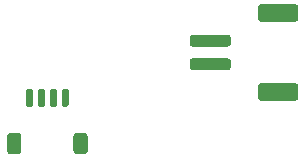
<source format=gbr>
G04 #@! TF.GenerationSoftware,KiCad,Pcbnew,(5.1.6)-1*
G04 #@! TF.CreationDate,2021-05-29T12:10:38-05:00*
G04 #@! TF.ProjectId,SapphineMinimal,53617070-6869-46e6-954d-696e696d616c,rev?*
G04 #@! TF.SameCoordinates,Original*
G04 #@! TF.FileFunction,Paste,Bot*
G04 #@! TF.FilePolarity,Positive*
%FSLAX46Y46*%
G04 Gerber Fmt 4.6, Leading zero omitted, Abs format (unit mm)*
G04 Created by KiCad (PCBNEW (5.1.6)-1) date 2021-05-29 12:10:38*
%MOMM*%
%LPD*%
G01*
G04 APERTURE LIST*
G04 APERTURE END LIST*
G36*
G01*
X101940000Y-122636999D02*
X101940000Y-123937001D01*
G75*
G02*
X101690001Y-124187000I-249999J0D01*
G01*
X100989999Y-124187000D01*
G75*
G02*
X100740000Y-123937001I0J249999D01*
G01*
X100740000Y-122636999D01*
G75*
G02*
X100989999Y-122387000I249999J0D01*
G01*
X101690001Y-122387000D01*
G75*
G02*
X101940000Y-122636999I0J-249999D01*
G01*
G37*
G36*
G01*
X107540000Y-122636999D02*
X107540000Y-123937001D01*
G75*
G02*
X107290001Y-124187000I-249999J0D01*
G01*
X106589999Y-124187000D01*
G75*
G02*
X106340000Y-123937001I0J249999D01*
G01*
X106340000Y-122636999D01*
G75*
G02*
X106589999Y-122387000I249999J0D01*
G01*
X107290001Y-122387000D01*
G75*
G02*
X107540000Y-122636999I0J-249999D01*
G01*
G37*
G36*
G01*
X102940000Y-118787000D02*
X102940000Y-120037000D01*
G75*
G02*
X102790000Y-120187000I-150000J0D01*
G01*
X102490000Y-120187000D01*
G75*
G02*
X102340000Y-120037000I0J150000D01*
G01*
X102340000Y-118787000D01*
G75*
G02*
X102490000Y-118637000I150000J0D01*
G01*
X102790000Y-118637000D01*
G75*
G02*
X102940000Y-118787000I0J-150000D01*
G01*
G37*
G36*
G01*
X103940000Y-118787000D02*
X103940000Y-120037000D01*
G75*
G02*
X103790000Y-120187000I-150000J0D01*
G01*
X103490000Y-120187000D01*
G75*
G02*
X103340000Y-120037000I0J150000D01*
G01*
X103340000Y-118787000D01*
G75*
G02*
X103490000Y-118637000I150000J0D01*
G01*
X103790000Y-118637000D01*
G75*
G02*
X103940000Y-118787000I0J-150000D01*
G01*
G37*
G36*
G01*
X104940000Y-118787000D02*
X104940000Y-120037000D01*
G75*
G02*
X104790000Y-120187000I-150000J0D01*
G01*
X104490000Y-120187000D01*
G75*
G02*
X104340000Y-120037000I0J150000D01*
G01*
X104340000Y-118787000D01*
G75*
G02*
X104490000Y-118637000I150000J0D01*
G01*
X104790000Y-118637000D01*
G75*
G02*
X104940000Y-118787000I0J-150000D01*
G01*
G37*
G36*
G01*
X105940000Y-118787000D02*
X105940000Y-120037000D01*
G75*
G02*
X105790000Y-120187000I-150000J0D01*
G01*
X105490000Y-120187000D01*
G75*
G02*
X105340000Y-120037000I0J150000D01*
G01*
X105340000Y-118787000D01*
G75*
G02*
X105490000Y-118637000I150000J0D01*
G01*
X105790000Y-118637000D01*
G75*
G02*
X105940000Y-118787000I0J-150000D01*
G01*
G37*
G36*
G01*
X122227000Y-118170000D02*
X125127000Y-118170000D01*
G75*
G02*
X125377000Y-118420000I0J-250000D01*
G01*
X125377000Y-119420000D01*
G75*
G02*
X125127000Y-119670000I-250000J0D01*
G01*
X122227000Y-119670000D01*
G75*
G02*
X121977000Y-119420000I0J250000D01*
G01*
X121977000Y-118420000D01*
G75*
G02*
X122227000Y-118170000I250000J0D01*
G01*
G37*
G36*
G01*
X122227000Y-111470000D02*
X125127000Y-111470000D01*
G75*
G02*
X125377000Y-111720000I0J-250000D01*
G01*
X125377000Y-112720000D01*
G75*
G02*
X125127000Y-112970000I-250000J0D01*
G01*
X122227000Y-112970000D01*
G75*
G02*
X121977000Y-112720000I0J250000D01*
G01*
X121977000Y-111720000D01*
G75*
G02*
X122227000Y-111470000I250000J0D01*
G01*
G37*
G36*
G01*
X116427000Y-116070000D02*
X119427000Y-116070000D01*
G75*
G02*
X119677000Y-116320000I0J-250000D01*
G01*
X119677000Y-116820000D01*
G75*
G02*
X119427000Y-117070000I-250000J0D01*
G01*
X116427000Y-117070000D01*
G75*
G02*
X116177000Y-116820000I0J250000D01*
G01*
X116177000Y-116320000D01*
G75*
G02*
X116427000Y-116070000I250000J0D01*
G01*
G37*
G36*
G01*
X116427000Y-114070000D02*
X119427000Y-114070000D01*
G75*
G02*
X119677000Y-114320000I0J-250000D01*
G01*
X119677000Y-114820000D01*
G75*
G02*
X119427000Y-115070000I-250000J0D01*
G01*
X116427000Y-115070000D01*
G75*
G02*
X116177000Y-114820000I0J250000D01*
G01*
X116177000Y-114320000D01*
G75*
G02*
X116427000Y-114070000I250000J0D01*
G01*
G37*
M02*

</source>
